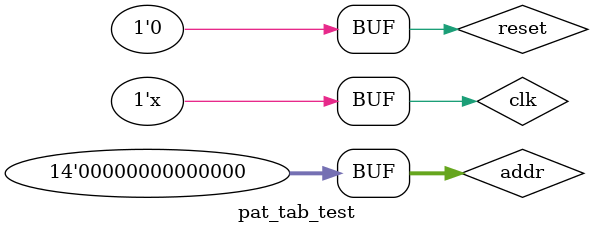
<source format=v>
`timescale 1ns/100ps

module pat_tab_test;

	reg			clk,reset;
	reg			wr_en;
	reg	[1:0]	wr_data;
	reg [13:0]	addr;
	
	wire [1:0]	rd_data;

	always #10 clk = ~clk;

	initial begin
		clk = 0;
		addr = 14'b0;
		#10
		reset = 1;
		#10
		reset = 0;

	end

	always @(posedge clk) begin
		wr_en = 1;
		
	end

	pat_tab pt_module(	.clk		(clk),
						.reset		(reset),
						.wr_en		(wr_en),
						.wr_data	(wr_data),
						.addr		(addr),
						.rd_data	(rd_data));

endmodule

</source>
